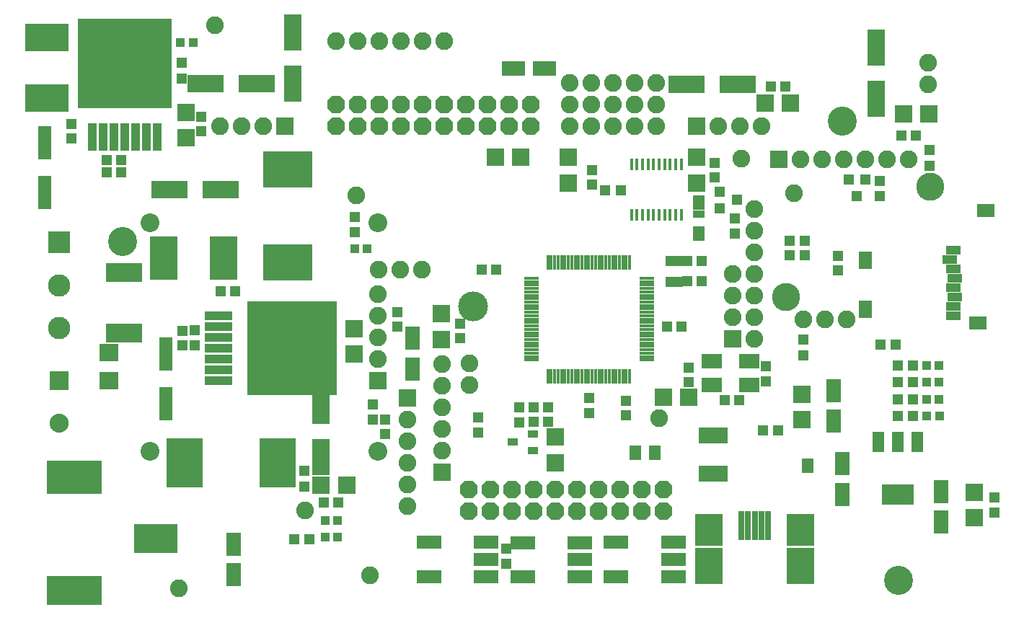
<source format=gts>
G75*
G70*
%OFA0B0*%
%FSLAX24Y24*%
%IPPOS*%
%LPD*%
%AMOC8*
5,1,8,0,0,1.08239X$1,22.5*
%
%ADD10C,0.1340*%
%ADD11R,0.0789X0.0474*%
%ADD12R,0.0946X0.0710*%
%ADD13R,0.0395X0.0395*%
%ADD14R,0.0474X0.0474*%
%ADD15R,0.1163X0.0631*%
%ADD16R,0.0671X0.0159*%
%ADD17R,0.0159X0.0671*%
%ADD18R,0.0820X0.0820*%
%ADD19C,0.0820*%
%ADD20C,0.1380*%
%ADD21C,0.0867*%
%ADD22C,0.1300*%
%ADD23R,0.1261X0.0438*%
%ADD24R,0.4178X0.4332*%
%ADD25R,0.0438X0.1261*%
%ADD26R,0.4332X0.4178*%
%ADD27R,0.0513X0.0513*%
%ADD28R,0.0828X0.0789*%
%ADD29R,0.1261X0.2049*%
%ADD30R,0.2049X0.1261*%
%ADD31R,0.0789X0.1655*%
%ADD32R,0.1655X0.0789*%
%ADD33R,0.2049X0.1379*%
%ADD34R,0.2580X0.1580*%
%ADD35R,0.2580X0.1379*%
%ADD36R,0.0789X0.0828*%
%ADD37R,0.1694X0.2285*%
%ADD38R,0.2285X0.1694*%
%ADD39R,0.0880X0.0880*%
%ADD40C,0.0880*%
%ADD41R,0.0560X0.0960*%
%ADD42R,0.1497X0.0946*%
%ADD43R,0.0710X0.1104*%
%ADD44R,0.0867X0.0789*%
%ADD45R,0.1030X0.1030*%
%ADD46C,0.1030*%
%ADD47OC8,0.0820*%
%ADD48R,0.1340X0.0749*%
%ADD49R,0.1655X0.0867*%
%ADD50R,0.0631X0.1517*%
%ADD51R,0.1261X0.1655*%
%ADD52R,0.1261X0.1458*%
%ADD53R,0.0277X0.1360*%
%ADD54R,0.0474X0.0356*%
%ADD55R,0.0178X0.0580*%
%ADD56R,0.1104X0.0710*%
%ADD57R,0.0580X0.0330*%
%ADD58R,0.0631X0.0789*%
%ADD59R,0.0828X0.0631*%
%ADD60R,0.0671X0.0395*%
D10*
X005166Y017168D03*
X038406Y022750D03*
X041009Y001518D03*
D11*
X030638Y015294D03*
X030638Y016278D03*
D12*
X032394Y011628D03*
X034127Y011628D03*
X034127Y010526D03*
X032394Y010526D03*
D13*
X042312Y010671D03*
X042902Y010671D03*
X042902Y011420D03*
X042312Y011420D03*
X042312Y009884D03*
X042902Y009884D03*
X042906Y009116D03*
X042316Y009116D03*
X016461Y016849D03*
X015871Y016849D03*
X008414Y026368D03*
X007823Y026368D03*
X014504Y004286D03*
X015094Y004286D03*
X015099Y003510D03*
X014509Y003510D03*
D14*
X013795Y003414D03*
X013086Y003414D03*
X013552Y005845D03*
X013552Y006553D03*
X016733Y008935D03*
X016733Y009644D03*
X021595Y009042D03*
X021595Y008333D03*
X023477Y008805D03*
X023477Y009514D03*
X034745Y008447D03*
X035453Y008447D03*
X040989Y009097D03*
X041697Y009097D03*
X041694Y009884D03*
X040985Y009884D03*
X040989Y010671D03*
X041697Y010671D03*
X041701Y011420D03*
X040993Y011420D03*
X040890Y012404D03*
X040182Y012404D03*
X036631Y012620D03*
X036631Y011912D03*
X036701Y016530D03*
X035993Y016530D03*
X035993Y017203D03*
X036701Y017203D03*
X033442Y017542D03*
X033442Y018250D03*
X032757Y018719D03*
X033544Y019093D03*
X032757Y019467D03*
X028178Y019549D03*
X027469Y019549D03*
X038725Y020049D03*
X039473Y020049D03*
X040162Y019979D03*
X040162Y019270D03*
X039099Y019262D03*
X042438Y020682D03*
X042438Y021391D03*
X015879Y018317D03*
X015879Y017609D03*
X007871Y024711D03*
X007871Y025420D03*
D15*
X019306Y003254D03*
X021963Y003254D03*
X021963Y002467D03*
X021963Y001679D03*
X023636Y001675D03*
X026294Y001675D03*
X026294Y002463D03*
X026294Y003250D03*
X027967Y003258D03*
X027967Y001683D03*
X030625Y001683D03*
X030625Y002471D03*
X030625Y003258D03*
X023636Y003250D03*
X019306Y001679D03*
D16*
X024064Y011691D03*
X024064Y011849D03*
X024064Y012006D03*
X024064Y012164D03*
X024064Y012321D03*
X024064Y012479D03*
X024064Y012636D03*
X024064Y012794D03*
X024064Y012951D03*
X024064Y013109D03*
X024064Y013266D03*
X024064Y013423D03*
X024064Y013581D03*
X024064Y013738D03*
X024064Y013896D03*
X024064Y014053D03*
X024064Y014211D03*
X024064Y014368D03*
X024064Y014526D03*
X024064Y014683D03*
X024064Y014841D03*
X024064Y014998D03*
X024064Y015156D03*
X024064Y015313D03*
X024064Y015471D03*
X029398Y015471D03*
X029398Y015313D03*
X029398Y015156D03*
X029398Y014998D03*
X029398Y014841D03*
X029398Y014683D03*
X029398Y014526D03*
X029398Y014368D03*
X029398Y014211D03*
X029398Y014053D03*
X029398Y013896D03*
X029398Y013738D03*
X029398Y013581D03*
X029398Y013423D03*
X029398Y013266D03*
X029398Y013109D03*
X029398Y012951D03*
X029398Y012794D03*
X029398Y012636D03*
X029398Y012479D03*
X029398Y012321D03*
X029398Y012164D03*
X029398Y012006D03*
X029398Y011849D03*
X029398Y011691D03*
D17*
X028591Y010943D03*
X028434Y010943D03*
X028276Y010943D03*
X028119Y010943D03*
X027961Y010943D03*
X027804Y010943D03*
X027646Y010943D03*
X027489Y010943D03*
X027331Y010943D03*
X027174Y010943D03*
X027016Y010943D03*
X026859Y010943D03*
X026701Y010943D03*
X026544Y010943D03*
X026386Y010943D03*
X026229Y010943D03*
X026071Y010943D03*
X025914Y010943D03*
X025757Y010943D03*
X025599Y010943D03*
X025442Y010943D03*
X025284Y010943D03*
X025127Y010943D03*
X024969Y010943D03*
X024812Y010943D03*
X024812Y016219D03*
X024969Y016219D03*
X025127Y016219D03*
X025284Y016219D03*
X025442Y016219D03*
X025599Y016219D03*
X025757Y016219D03*
X025914Y016219D03*
X026071Y016219D03*
X026229Y016219D03*
X026386Y016219D03*
X026544Y016219D03*
X026701Y016219D03*
X026859Y016219D03*
X027016Y016219D03*
X027174Y016219D03*
X027331Y016219D03*
X027489Y016219D03*
X027646Y016219D03*
X027804Y016219D03*
X027961Y016219D03*
X028119Y016219D03*
X028276Y016219D03*
X028434Y016219D03*
X028591Y016219D03*
D18*
X033343Y012660D03*
X019914Y006518D03*
X018320Y009947D03*
X016961Y010744D03*
X035473Y020971D03*
X031701Y022502D03*
X012643Y022512D03*
D19*
X011643Y022512D03*
X010643Y022512D03*
X009643Y022512D03*
X015946Y019309D03*
X016984Y015854D03*
X017984Y015854D03*
X018984Y015854D03*
X016961Y014744D03*
X016961Y013744D03*
X016961Y012744D03*
X016961Y011744D03*
X019914Y011518D03*
X021201Y011522D03*
X021201Y010522D03*
X019914Y010518D03*
X019914Y009518D03*
X019914Y008518D03*
X018320Y008947D03*
X018320Y007947D03*
X019914Y007518D03*
X018320Y006947D03*
X018320Y005947D03*
X018320Y004947D03*
X013583Y004742D03*
X016575Y001750D03*
X007757Y001120D03*
X029961Y008994D03*
X034339Y012679D03*
X034339Y013679D03*
X033343Y013660D03*
X033343Y014660D03*
X034347Y014679D03*
X034347Y015679D03*
X033343Y015660D03*
X034347Y016679D03*
X034347Y017679D03*
X034347Y018679D03*
X036182Y019388D03*
X036473Y020971D03*
X037473Y020971D03*
X038473Y020971D03*
X039473Y020971D03*
X040473Y020971D03*
X041473Y020971D03*
X042398Y024447D03*
X042398Y025447D03*
X034701Y022502D03*
X033701Y022502D03*
X032701Y022502D03*
X029827Y022502D03*
X028827Y022502D03*
X027827Y022502D03*
X026827Y022502D03*
X025827Y022502D03*
X025827Y023502D03*
X026827Y023502D03*
X027827Y023502D03*
X028827Y023502D03*
X029827Y023502D03*
X029827Y024502D03*
X028827Y024502D03*
X027827Y024502D03*
X026827Y024502D03*
X025827Y024502D03*
X020034Y026420D03*
X019034Y026420D03*
X018034Y026420D03*
X017034Y026420D03*
X016034Y026420D03*
X015034Y026420D03*
X009410Y027183D03*
X033741Y021006D03*
X036634Y013573D03*
X037634Y013573D03*
X038634Y013573D03*
D20*
X021343Y014160D03*
D21*
X016961Y018034D03*
X006410Y018034D03*
X006410Y007483D03*
X016961Y007483D03*
D22*
X035804Y014609D03*
X042497Y019711D03*
D23*
X009591Y013738D03*
X009591Y013238D03*
X009591Y012738D03*
X009591Y012238D03*
X009591Y011738D03*
X009591Y011238D03*
X009591Y010738D03*
D24*
X012985Y012238D03*
D25*
X006749Y022002D03*
X006249Y022002D03*
X005749Y022002D03*
X005249Y022002D03*
X004749Y022002D03*
X004249Y022002D03*
X003749Y022002D03*
D26*
X005249Y025396D03*
D27*
X008796Y022943D03*
X008796Y022274D03*
X005079Y020951D03*
X004410Y020951D03*
X004410Y020368D03*
X005079Y020368D03*
X002788Y021927D03*
X002788Y022597D03*
X009678Y014872D03*
X010347Y014872D03*
X008485Y013053D03*
X007914Y013049D03*
X007914Y012380D03*
X008485Y012384D03*
X017296Y008947D03*
X017296Y008278D03*
X015123Y005105D03*
X014453Y005105D03*
X022879Y002955D03*
X022879Y002286D03*
X024142Y008829D03*
X024823Y008829D03*
X024823Y009498D03*
X024142Y009498D03*
X026725Y009250D03*
X026725Y009920D03*
X028426Y009790D03*
X028426Y009120D03*
X031316Y010671D03*
X031316Y011341D03*
X032989Y009845D03*
X033658Y009845D03*
X034886Y010719D03*
X034886Y011388D03*
X030977Y013227D03*
X030308Y013227D03*
X031260Y015345D03*
X031930Y015345D03*
X031930Y016266D03*
X031260Y016266D03*
X026847Y019813D03*
X026847Y020483D03*
X032505Y020805D03*
X032505Y020136D03*
X038221Y016506D03*
X038221Y015837D03*
X041142Y022085D03*
X041812Y022085D03*
X035788Y024337D03*
X035119Y024337D03*
X022430Y015884D03*
X021760Y015884D03*
X017859Y013904D03*
X017859Y013234D03*
X020757Y013372D03*
X020757Y012703D03*
X045457Y005321D03*
X045457Y004652D03*
D28*
X031320Y009986D03*
X030138Y009986D03*
X015505Y005892D03*
X014323Y005892D03*
X022383Y021053D03*
X023564Y021053D03*
X034847Y023553D03*
X036028Y023553D03*
X041237Y023065D03*
X042418Y023065D03*
D29*
X009831Y016408D03*
X007040Y016408D03*
D30*
X001638Y023817D03*
X001638Y026609D03*
D31*
X013032Y026837D03*
X013032Y024475D03*
X014308Y009569D03*
X014308Y007207D03*
X039973Y023778D03*
X039973Y026140D03*
D32*
X033575Y024427D03*
X031213Y024427D03*
X011355Y024459D03*
X008993Y024459D03*
X009682Y019585D03*
X007320Y019585D03*
D33*
X006697Y003443D03*
D34*
X002918Y006274D03*
D35*
X002918Y001042D03*
D36*
X015867Y011963D03*
X015867Y013144D03*
X019886Y012648D03*
X019886Y013829D03*
X025150Y008128D03*
X025150Y006947D03*
X036564Y008927D03*
X036564Y010109D03*
X044532Y005573D03*
X044532Y004392D03*
X031694Y019880D03*
X031694Y021061D03*
X025753Y021057D03*
X025753Y019876D03*
X008087Y021971D03*
X008087Y023152D03*
D37*
X008020Y006935D03*
X012312Y006935D03*
D38*
X012792Y016203D03*
X012792Y020494D03*
D39*
X002229Y010734D03*
D40*
X002229Y008766D03*
D41*
X040071Y007919D03*
X040981Y007919D03*
X041891Y007919D03*
D42*
X040981Y005479D03*
D43*
X042985Y005616D03*
X042985Y004199D03*
X038426Y005471D03*
X038426Y006888D03*
X038009Y008857D03*
X038009Y010274D03*
X018540Y011278D03*
X018540Y012695D03*
X010272Y003179D03*
X010272Y001762D03*
D44*
X004512Y010723D03*
X004512Y012022D03*
D45*
X002229Y017120D03*
D46*
X002229Y015152D03*
X002229Y013183D03*
D47*
X015024Y022518D03*
X016024Y022518D03*
X017024Y022518D03*
X018024Y022518D03*
X019024Y022518D03*
X020024Y022518D03*
X021024Y022518D03*
X022024Y022518D03*
X023024Y022518D03*
X024024Y022518D03*
X024024Y023518D03*
X023024Y023518D03*
X022024Y023518D03*
X021024Y023518D03*
X020024Y023518D03*
X019024Y023518D03*
X018024Y023518D03*
X017024Y023518D03*
X016024Y023518D03*
X015024Y023518D03*
X021142Y005687D03*
X022142Y005687D03*
X023142Y005687D03*
X024142Y005687D03*
X025142Y005687D03*
X026142Y005687D03*
X027142Y005687D03*
X028142Y005687D03*
X029142Y005687D03*
X030142Y005687D03*
X030142Y004687D03*
X029142Y004687D03*
X028142Y004687D03*
X027142Y004687D03*
X026142Y004687D03*
X025142Y004687D03*
X024142Y004687D03*
X023142Y004687D03*
X022142Y004687D03*
X021142Y004687D03*
D48*
X032457Y006427D03*
X032457Y008199D03*
D49*
X005225Y012931D03*
X005225Y015731D03*
D50*
X001560Y019439D03*
X001560Y021723D03*
X007154Y011963D03*
X007154Y009679D03*
D51*
X032245Y002178D03*
X036497Y002178D03*
D52*
X036497Y003851D03*
X032245Y003851D03*
D53*
X033741Y004048D03*
X034056Y004048D03*
X034371Y004048D03*
X034686Y004048D03*
X035001Y004048D03*
D54*
X024127Y007514D03*
X023182Y007888D03*
X024127Y008262D03*
D55*
X028672Y018412D03*
X028928Y018412D03*
X029184Y018412D03*
X029440Y018412D03*
X029696Y018412D03*
X029951Y018412D03*
X030207Y018412D03*
X030463Y018412D03*
X030719Y018412D03*
X030975Y018412D03*
X030975Y020736D03*
X030719Y020736D03*
X030463Y020736D03*
X030207Y020736D03*
X029951Y020736D03*
X029696Y020736D03*
X029440Y020736D03*
X029184Y020736D03*
X028928Y020736D03*
X028672Y020736D03*
D56*
X024650Y025168D03*
X023233Y025168D03*
D57*
X031792Y019140D03*
X031792Y018790D03*
X031792Y018440D03*
X031788Y017711D03*
X031788Y017357D03*
X029768Y007585D03*
X029768Y007231D03*
X028839Y007231D03*
X028839Y007585D03*
X036804Y006979D03*
X036804Y006624D03*
D58*
X039493Y014046D03*
X039493Y016290D03*
D59*
X044670Y013416D03*
X045064Y018593D03*
D60*
X043548Y016758D03*
X043390Y016325D03*
X043548Y015892D03*
X043627Y015459D03*
X043548Y015026D03*
X043627Y014593D03*
X043548Y014160D03*
X043548Y013727D03*
M02*

</source>
